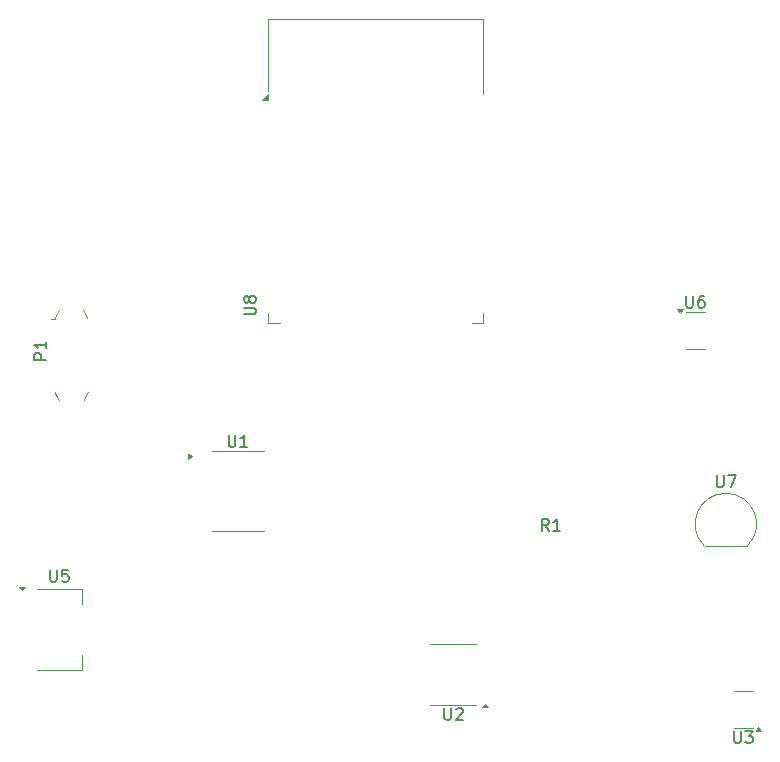
<source format=gbr>
%TF.GenerationSoftware,KiCad,Pcbnew,9.0.0*%
%TF.CreationDate,2025-04-07T19:53:14+05:30*%
%TF.ProjectId,Wearable_Charger,57656172-6162-46c6-95a0-436861726765,rev?*%
%TF.SameCoordinates,Original*%
%TF.FileFunction,Legend,Top*%
%TF.FilePolarity,Positive*%
%FSLAX46Y46*%
G04 Gerber Fmt 4.6, Leading zero omitted, Abs format (unit mm)*
G04 Created by KiCad (PCBNEW 9.0.0) date 2025-04-07 19:53:14*
%MOMM*%
%LPD*%
G01*
G04 APERTURE LIST*
%ADD10C,0.150000*%
%ADD11C,0.120000*%
G04 APERTURE END LIST*
D10*
X151900595Y-113229819D02*
X151900595Y-114039342D01*
X151900595Y-114039342D02*
X151948214Y-114134580D01*
X151948214Y-114134580D02*
X151995833Y-114182200D01*
X151995833Y-114182200D02*
X152091071Y-114229819D01*
X152091071Y-114229819D02*
X152281547Y-114229819D01*
X152281547Y-114229819D02*
X152376785Y-114182200D01*
X152376785Y-114182200D02*
X152424404Y-114134580D01*
X152424404Y-114134580D02*
X152472023Y-114039342D01*
X152472023Y-114039342D02*
X152472023Y-113229819D01*
X153472023Y-114229819D02*
X152900595Y-114229819D01*
X153186309Y-114229819D02*
X153186309Y-113229819D01*
X153186309Y-113229819D02*
X153091071Y-113372676D01*
X153091071Y-113372676D02*
X152995833Y-113467914D01*
X152995833Y-113467914D02*
X152900595Y-113515533D01*
X193238095Y-116654819D02*
X193238095Y-117464342D01*
X193238095Y-117464342D02*
X193285714Y-117559580D01*
X193285714Y-117559580D02*
X193333333Y-117607200D01*
X193333333Y-117607200D02*
X193428571Y-117654819D01*
X193428571Y-117654819D02*
X193619047Y-117654819D01*
X193619047Y-117654819D02*
X193714285Y-117607200D01*
X193714285Y-117607200D02*
X193761904Y-117559580D01*
X193761904Y-117559580D02*
X193809523Y-117464342D01*
X193809523Y-117464342D02*
X193809523Y-116654819D01*
X194190476Y-116654819D02*
X194857142Y-116654819D01*
X194857142Y-116654819D02*
X194428571Y-117654819D01*
X136788095Y-124654819D02*
X136788095Y-125464342D01*
X136788095Y-125464342D02*
X136835714Y-125559580D01*
X136835714Y-125559580D02*
X136883333Y-125607200D01*
X136883333Y-125607200D02*
X136978571Y-125654819D01*
X136978571Y-125654819D02*
X137169047Y-125654819D01*
X137169047Y-125654819D02*
X137264285Y-125607200D01*
X137264285Y-125607200D02*
X137311904Y-125559580D01*
X137311904Y-125559580D02*
X137359523Y-125464342D01*
X137359523Y-125464342D02*
X137359523Y-124654819D01*
X138311904Y-124654819D02*
X137835714Y-124654819D01*
X137835714Y-124654819D02*
X137788095Y-125131009D01*
X137788095Y-125131009D02*
X137835714Y-125083390D01*
X137835714Y-125083390D02*
X137930952Y-125035771D01*
X137930952Y-125035771D02*
X138169047Y-125035771D01*
X138169047Y-125035771D02*
X138264285Y-125083390D01*
X138264285Y-125083390D02*
X138311904Y-125131009D01*
X138311904Y-125131009D02*
X138359523Y-125226247D01*
X138359523Y-125226247D02*
X138359523Y-125464342D01*
X138359523Y-125464342D02*
X138311904Y-125559580D01*
X138311904Y-125559580D02*
X138264285Y-125607200D01*
X138264285Y-125607200D02*
X138169047Y-125654819D01*
X138169047Y-125654819D02*
X137930952Y-125654819D01*
X137930952Y-125654819D02*
X137835714Y-125607200D01*
X137835714Y-125607200D02*
X137788095Y-125559580D01*
X190638095Y-101454819D02*
X190638095Y-102264342D01*
X190638095Y-102264342D02*
X190685714Y-102359580D01*
X190685714Y-102359580D02*
X190733333Y-102407200D01*
X190733333Y-102407200D02*
X190828571Y-102454819D01*
X190828571Y-102454819D02*
X191019047Y-102454819D01*
X191019047Y-102454819D02*
X191114285Y-102407200D01*
X191114285Y-102407200D02*
X191161904Y-102359580D01*
X191161904Y-102359580D02*
X191209523Y-102264342D01*
X191209523Y-102264342D02*
X191209523Y-101454819D01*
X192114285Y-101454819D02*
X191923809Y-101454819D01*
X191923809Y-101454819D02*
X191828571Y-101502438D01*
X191828571Y-101502438D02*
X191780952Y-101550057D01*
X191780952Y-101550057D02*
X191685714Y-101692914D01*
X191685714Y-101692914D02*
X191638095Y-101883390D01*
X191638095Y-101883390D02*
X191638095Y-102264342D01*
X191638095Y-102264342D02*
X191685714Y-102359580D01*
X191685714Y-102359580D02*
X191733333Y-102407200D01*
X191733333Y-102407200D02*
X191828571Y-102454819D01*
X191828571Y-102454819D02*
X192019047Y-102454819D01*
X192019047Y-102454819D02*
X192114285Y-102407200D01*
X192114285Y-102407200D02*
X192161904Y-102359580D01*
X192161904Y-102359580D02*
X192209523Y-102264342D01*
X192209523Y-102264342D02*
X192209523Y-102026247D01*
X192209523Y-102026247D02*
X192161904Y-101931009D01*
X192161904Y-101931009D02*
X192114285Y-101883390D01*
X192114285Y-101883390D02*
X192019047Y-101835771D01*
X192019047Y-101835771D02*
X191828571Y-101835771D01*
X191828571Y-101835771D02*
X191733333Y-101883390D01*
X191733333Y-101883390D02*
X191685714Y-101931009D01*
X191685714Y-101931009D02*
X191638095Y-102026247D01*
X153199819Y-103026904D02*
X154009342Y-103026904D01*
X154009342Y-103026904D02*
X154104580Y-102979285D01*
X154104580Y-102979285D02*
X154152200Y-102931666D01*
X154152200Y-102931666D02*
X154199819Y-102836428D01*
X154199819Y-102836428D02*
X154199819Y-102645952D01*
X154199819Y-102645952D02*
X154152200Y-102550714D01*
X154152200Y-102550714D02*
X154104580Y-102503095D01*
X154104580Y-102503095D02*
X154009342Y-102455476D01*
X154009342Y-102455476D02*
X153199819Y-102455476D01*
X153628390Y-101836428D02*
X153580771Y-101931666D01*
X153580771Y-101931666D02*
X153533152Y-101979285D01*
X153533152Y-101979285D02*
X153437914Y-102026904D01*
X153437914Y-102026904D02*
X153390295Y-102026904D01*
X153390295Y-102026904D02*
X153295057Y-101979285D01*
X153295057Y-101979285D02*
X153247438Y-101931666D01*
X153247438Y-101931666D02*
X153199819Y-101836428D01*
X153199819Y-101836428D02*
X153199819Y-101645952D01*
X153199819Y-101645952D02*
X153247438Y-101550714D01*
X153247438Y-101550714D02*
X153295057Y-101503095D01*
X153295057Y-101503095D02*
X153390295Y-101455476D01*
X153390295Y-101455476D02*
X153437914Y-101455476D01*
X153437914Y-101455476D02*
X153533152Y-101503095D01*
X153533152Y-101503095D02*
X153580771Y-101550714D01*
X153580771Y-101550714D02*
X153628390Y-101645952D01*
X153628390Y-101645952D02*
X153628390Y-101836428D01*
X153628390Y-101836428D02*
X153676009Y-101931666D01*
X153676009Y-101931666D02*
X153723628Y-101979285D01*
X153723628Y-101979285D02*
X153818866Y-102026904D01*
X153818866Y-102026904D02*
X154009342Y-102026904D01*
X154009342Y-102026904D02*
X154104580Y-101979285D01*
X154104580Y-101979285D02*
X154152200Y-101931666D01*
X154152200Y-101931666D02*
X154199819Y-101836428D01*
X154199819Y-101836428D02*
X154199819Y-101645952D01*
X154199819Y-101645952D02*
X154152200Y-101550714D01*
X154152200Y-101550714D02*
X154104580Y-101503095D01*
X154104580Y-101503095D02*
X154009342Y-101455476D01*
X154009342Y-101455476D02*
X153818866Y-101455476D01*
X153818866Y-101455476D02*
X153723628Y-101503095D01*
X153723628Y-101503095D02*
X153676009Y-101550714D01*
X153676009Y-101550714D02*
X153628390Y-101645952D01*
X179015833Y-121319819D02*
X178682500Y-120843628D01*
X178444405Y-121319819D02*
X178444405Y-120319819D01*
X178444405Y-120319819D02*
X178825357Y-120319819D01*
X178825357Y-120319819D02*
X178920595Y-120367438D01*
X178920595Y-120367438D02*
X178968214Y-120415057D01*
X178968214Y-120415057D02*
X179015833Y-120510295D01*
X179015833Y-120510295D02*
X179015833Y-120653152D01*
X179015833Y-120653152D02*
X178968214Y-120748390D01*
X178968214Y-120748390D02*
X178920595Y-120796009D01*
X178920595Y-120796009D02*
X178825357Y-120843628D01*
X178825357Y-120843628D02*
X178444405Y-120843628D01*
X179968214Y-121319819D02*
X179396786Y-121319819D01*
X179682500Y-121319819D02*
X179682500Y-120319819D01*
X179682500Y-120319819D02*
X179587262Y-120462676D01*
X179587262Y-120462676D02*
X179492024Y-120557914D01*
X179492024Y-120557914D02*
X179396786Y-120605533D01*
X136454819Y-106848094D02*
X135454819Y-106848094D01*
X135454819Y-106848094D02*
X135454819Y-106467142D01*
X135454819Y-106467142D02*
X135502438Y-106371904D01*
X135502438Y-106371904D02*
X135550057Y-106324285D01*
X135550057Y-106324285D02*
X135645295Y-106276666D01*
X135645295Y-106276666D02*
X135788152Y-106276666D01*
X135788152Y-106276666D02*
X135883390Y-106324285D01*
X135883390Y-106324285D02*
X135931009Y-106371904D01*
X135931009Y-106371904D02*
X135978628Y-106467142D01*
X135978628Y-106467142D02*
X135978628Y-106848094D01*
X136454819Y-105324285D02*
X136454819Y-105895713D01*
X136454819Y-105609999D02*
X135454819Y-105609999D01*
X135454819Y-105609999D02*
X135597676Y-105705237D01*
X135597676Y-105705237D02*
X135692914Y-105800475D01*
X135692914Y-105800475D02*
X135740533Y-105895713D01*
X194700595Y-138304819D02*
X194700595Y-139114342D01*
X194700595Y-139114342D02*
X194748214Y-139209580D01*
X194748214Y-139209580D02*
X194795833Y-139257200D01*
X194795833Y-139257200D02*
X194891071Y-139304819D01*
X194891071Y-139304819D02*
X195081547Y-139304819D01*
X195081547Y-139304819D02*
X195176785Y-139257200D01*
X195176785Y-139257200D02*
X195224404Y-139209580D01*
X195224404Y-139209580D02*
X195272023Y-139114342D01*
X195272023Y-139114342D02*
X195272023Y-138304819D01*
X195652976Y-138304819D02*
X196272023Y-138304819D01*
X196272023Y-138304819D02*
X195938690Y-138685771D01*
X195938690Y-138685771D02*
X196081547Y-138685771D01*
X196081547Y-138685771D02*
X196176785Y-138733390D01*
X196176785Y-138733390D02*
X196224404Y-138781009D01*
X196224404Y-138781009D02*
X196272023Y-138876247D01*
X196272023Y-138876247D02*
X196272023Y-139114342D01*
X196272023Y-139114342D02*
X196224404Y-139209580D01*
X196224404Y-139209580D02*
X196176785Y-139257200D01*
X196176785Y-139257200D02*
X196081547Y-139304819D01*
X196081547Y-139304819D02*
X195795833Y-139304819D01*
X195795833Y-139304819D02*
X195700595Y-139257200D01*
X195700595Y-139257200D02*
X195652976Y-139209580D01*
X170163095Y-136359819D02*
X170163095Y-137169342D01*
X170163095Y-137169342D02*
X170210714Y-137264580D01*
X170210714Y-137264580D02*
X170258333Y-137312200D01*
X170258333Y-137312200D02*
X170353571Y-137359819D01*
X170353571Y-137359819D02*
X170544047Y-137359819D01*
X170544047Y-137359819D02*
X170639285Y-137312200D01*
X170639285Y-137312200D02*
X170686904Y-137264580D01*
X170686904Y-137264580D02*
X170734523Y-137169342D01*
X170734523Y-137169342D02*
X170734523Y-136359819D01*
X171163095Y-136455057D02*
X171210714Y-136407438D01*
X171210714Y-136407438D02*
X171305952Y-136359819D01*
X171305952Y-136359819D02*
X171544047Y-136359819D01*
X171544047Y-136359819D02*
X171639285Y-136407438D01*
X171639285Y-136407438D02*
X171686904Y-136455057D01*
X171686904Y-136455057D02*
X171734523Y-136550295D01*
X171734523Y-136550295D02*
X171734523Y-136645533D01*
X171734523Y-136645533D02*
X171686904Y-136788390D01*
X171686904Y-136788390D02*
X171115476Y-137359819D01*
X171115476Y-137359819D02*
X171734523Y-137359819D01*
D11*
%TO.C,U1*%
X152662500Y-114590000D02*
X150462500Y-114590000D01*
X152662500Y-114590000D02*
X154862500Y-114590000D01*
X152662500Y-121360000D02*
X150462500Y-121360000D01*
X152662500Y-121360000D02*
X154862500Y-121360000D01*
X148802500Y-115050000D02*
X148472500Y-115290000D01*
X148472500Y-114810000D01*
X148802500Y-115050000D01*
G36*
X148802500Y-115050000D02*
G01*
X148472500Y-115290000D01*
X148472500Y-114810000D01*
X148802500Y-115050000D01*
G37*
%TO.C,U7*%
X192200000Y-122610000D02*
X195800000Y-122610000D01*
X192161522Y-122598478D02*
G75*
G02*
X194000000Y-118159999I1838478J1838478D01*
G01*
X194000000Y-118160000D02*
G75*
G02*
X195838478Y-122598478I0J-2600000D01*
G01*
%TO.C,U5*%
X135700000Y-126290000D02*
X139460000Y-126290000D01*
X135700000Y-133110000D02*
X139460000Y-133110000D01*
X139460000Y-126290000D02*
X139460000Y-127550000D01*
X139460000Y-133110000D02*
X139460000Y-131850000D01*
X134420000Y-126390000D02*
X134180000Y-126060000D01*
X134660000Y-126060000D01*
X134420000Y-126390000D01*
G36*
X134420000Y-126390000D02*
G01*
X134180000Y-126060000D01*
X134660000Y-126060000D01*
X134420000Y-126390000D01*
G37*
%TO.C,U6*%
X191400000Y-102840000D02*
X190600000Y-102840000D01*
X191400000Y-102840000D02*
X192200000Y-102840000D01*
X191400000Y-105960000D02*
X190600000Y-105960000D01*
X191400000Y-105960000D02*
X192200000Y-105960000D01*
X190100000Y-102915000D02*
X189860000Y-102585000D01*
X190340000Y-102585000D01*
X190100000Y-102915000D01*
G36*
X190100000Y-102915000D02*
G01*
X189860000Y-102585000D01*
X190340000Y-102585000D01*
X190100000Y-102915000D01*
G37*
%TO.C,U8*%
X155235000Y-77975000D02*
X155235000Y-84135000D01*
X155235000Y-77975000D02*
X173475000Y-77975000D01*
X155235000Y-102935000D02*
X155235000Y-103715000D01*
X155235000Y-103715000D02*
X156235000Y-103715000D01*
X173475000Y-77975000D02*
X173475000Y-84390000D01*
X173475000Y-102935000D02*
X173475000Y-103715000D01*
X173475000Y-103715000D02*
X172475000Y-103715000D01*
X155230000Y-84860000D02*
X154730000Y-84860000D01*
X155230000Y-84360000D01*
X155230000Y-84860000D01*
G36*
X155230000Y-84860000D02*
G01*
X154730000Y-84860000D01*
X155230000Y-84360000D01*
X155230000Y-84860000D01*
G37*
%TO.C,P1*%
X136860000Y-103385000D02*
X137200000Y-103385000D01*
X137200000Y-103385000D02*
G75*
G02*
X137556955Y-102668275I1399998J-249999D01*
G01*
X137575000Y-110360000D02*
G75*
G02*
X137210121Y-109648598I1024991J974993D01*
G01*
X139625000Y-102660000D02*
G75*
G02*
X139989880Y-103371402I-1025000J-975000D01*
G01*
X140000000Y-109635000D02*
G75*
G02*
X139643045Y-110351725I-1400000J250000D01*
G01*
%TO.C,U3*%
X195462500Y-134890000D02*
X194662500Y-134890000D01*
X195462500Y-134890000D02*
X196262500Y-134890000D01*
X195462500Y-138010000D02*
X194662500Y-138010000D01*
X195462500Y-138010000D02*
X196262500Y-138010000D01*
X197002500Y-138290000D02*
X196522500Y-138290000D01*
X196762500Y-137960000D01*
X197002500Y-138290000D01*
G36*
X197002500Y-138290000D02*
G01*
X196522500Y-138290000D01*
X196762500Y-137960000D01*
X197002500Y-138290000D01*
G37*
%TO.C,U2*%
X170925000Y-130945000D02*
X168975000Y-130945000D01*
X170925000Y-130945000D02*
X172875000Y-130945000D01*
X170925000Y-136065000D02*
X168975000Y-136065000D01*
X170925000Y-136065000D02*
X172875000Y-136065000D01*
X173865000Y-136300000D02*
X173385000Y-136300000D01*
X173625000Y-135970000D01*
X173865000Y-136300000D01*
G36*
X173865000Y-136300000D02*
G01*
X173385000Y-136300000D01*
X173625000Y-135970000D01*
X173865000Y-136300000D01*
G37*
%TD*%
M02*

</source>
